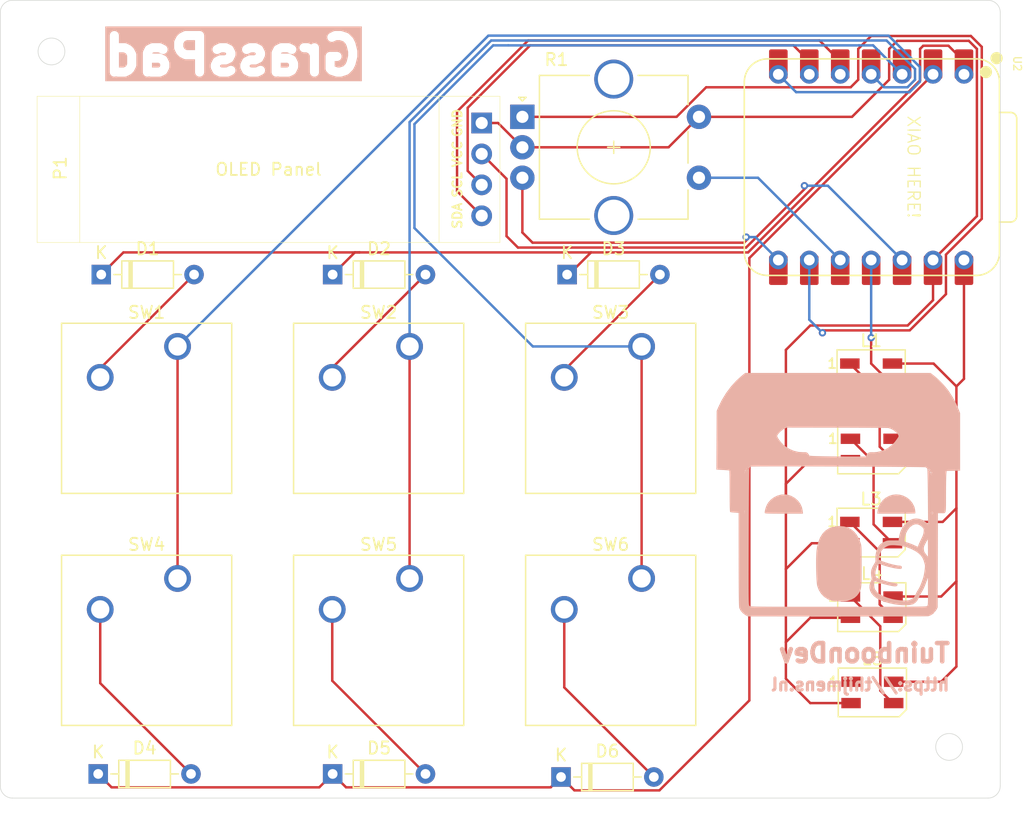
<source format=kicad_pcb>
(kicad_pcb (version 20240108) (generator "pcbnew") (generator_version "8.0")
  (layers (0 "F.Cu" signal) (31 "B.Cu" signal) (34 "B.Paste" user) (35 "F.Paste" user) (36 "B.SilkS" user "B.Silkscreen") (37 "F.SilkS" user "F.Silkscreen") (38 "B.Mask" user) (39 "F.Mask" user) (44 "Edge.Cuts" user))
  (net 0 "")
  (net 1 "GND")
  (net 2 "Net-(D1-DIN)")
  (net 3 "+5V")
  (net 4 "Net-(D1-DOUT)")
  (net 5 "Net-(D2-DOUT)")
  (net 6 "Net-(D3-DOUT)")
  (net 7 "Net-(D4-DOUT)")
  (net 9 "Net-(D15-A)")
  (net 10 "Net-(U2-GPIO0{slash}TX)")
  (net 11 "Net-(D14-A)")
  (net 12 "Net-(U2-GPIO29{slash}ADC3{slash}A3)")
  (net 13 "Net-(D17-A)")
  (net 14 "Net-(D18-A)")
  (net 15 "Net-(U2-GPIO28{slash}ADC2{slash}A2)")
  (net 16 "Net-(U2-GPIO4{slash}MISO)")
  (net 17 "Net-(U2-GPIO2{slash}SCK)")
  (net 18 "Net-(U2-GPIO1{slash}RX)")
  (net 19 "Net-(D16-A)")
  (net 20 "Net-(D19-A)")
  (net 21 "Net-(D14-K)")
  (net 22 "Net-(D15-K)")
  (net 23 "Net-(J1-Pin_4)")
  (net 24 "Net-(J1-Pin_3)")
  (net 25 "+3.3V")
  (footprint "Rotary_Encoder:RotaryEncoder_Alps_EC11E-Switch_Vertical_H20mm_CircularMountingHoles" (layer "F.Cu") (at 220.36375 60.86875)
    (property "Reference" "R1" (at 2.8 -4.7 0) (layer "F.SilkS"))
    (property "Value" "RotaryEncoder_Switch")
    (pad "A" thru_hole rect (at 0 0) (size 2 2) (drill 1) (layers "*.Cu" "*.Mask") (net 17 "Net-(U2-GPIO2{slash}SCK)"))
    (pad "B" thru_hole circle (at 0 5) (size 2 2) (drill 1) (layers "*.Cu" "*.Mask") (net 18 "Net-(U2-GPIO1{slash}RX)"))
    (pad "C" thru_hole circle (at 0 2.5) (size 2 2) (drill 1) (layers "*.Cu" "*.Mask") (net 1 "GND"))
    (pad "MP" thru_hole circle (at 7.5 -3.1) (size 3.2 3.2) (drill 2.6) (layers "*.Cu" "*.Mask"))
    (pad "MP" thru_hole circle (at 7.5 8.1) (size 3.2 3.2) (drill 2.6) (layers "*.Cu" "*.Mask"))
    (pad "S1" thru_hole circle (at 14.5 5) (size 2 2) (drill 1) (layers "*.Cu" "*.Mask") (net 16 "Net-(U2-GPIO4{slash}MISO)"))
    (pad "S2" thru_hole circle (at 14.5 0) (size 2 2) (drill 1) (layers "*.Cu" "*.Mask") (net 1 "GND"))
  )
  (footprint "Diode_THT:D_DO-35_SOD27_P7.62mm_Horizontal" (layer "F.Cu") (at 185.7875 73.81875)
    (property "Reference" "D1" (at 3.81 -2.12 0) (layer "F.SilkS"))
    (property "Value" "D")
    (fp_text user "K" (at 0 -1.8 0) (layer "F.SilkS"))
    (pad "1" thru_hole rect (at 0 0) (size 1.6 1.6) (drill 0.8) (layers "*.Cu" "*.Mask") (net 21 "Net-(D14-K)"))
    (pad "2" thru_hole oval (at 7.62 0) (size 1.6 1.6) (drill 0.8) (layers "*.Cu" "*.Mask") (net 11 "Net-(D14-A)"))
  )
  (footprint "Diode_THT:D_DO-35_SOD27_P7.62mm_Horizontal" (layer "F.Cu") (at 224.0375 73.81875)
    (property "Reference" "D3" (at 3.81 -2.12 0) (layer "F.SilkS"))
    (property "Value" "D")
    (fp_text user "K" (at 0 -1.8 0) (layer "F.SilkS"))
    (pad "1" thru_hole rect (at 0 0) (size 1.6 1.6) (drill 0.8) (layers "*.Cu" "*.Mask") (net 21 "Net-(D14-K)"))
    (pad "2" thru_hole oval (at 7.62 0) (size 1.6 1.6) (drill 0.8) (layers "*.Cu" "*.Mask") (net 14 "Net-(D18-A)"))
  )
  (footprint "Button_Switch_Keyboard:SW_Cherry_MX_1.00u_PCB" (layer "F.Cu") (at 192.05375 79.72)
    (property "Reference" "SW1" (at -2.54 -2.794 0) (layer "F.SilkS"))
    (property "Value" "SW_Push")
    (pad "" np_thru_hole circle (at -7.62 5.08) (size 1.7 1.7) (drill 1.7) (layers "*.Cu" "*.Mask"))
    (pad "" np_thru_hole circle (at -2.54 5.08) (size 4 4) (drill 4) (layers "*.Cu" "*.Mask"))
    (pad "" np_thru_hole circle (at 2.54 5.08) (size 1.7 1.7) (drill 1.7) (layers "*.Cu" "*.Mask"))
    (pad "1" thru_hole circle (at 0 0) (size 2.2 2.2) (drill 1.5) (layers "*.Cu" "*.Mask") (net 10 "Net-(U2-GPIO0{slash}TX)"))
    (pad "2" thru_hole circle (at -6.35 2.54) (size 2.2 2.2) (drill 1.5) (layers "*.Cu" "*.Mask") (net 11 "Net-(D14-A)"))
  )
  (footprint "LED_SMD:LED_SK6812MINI_PLCC4_3.5x3.5mm_P1.75mm" (layer "F.Cu") (at 249.05 88.175)
    (property "Reference" "L2" (at 0 -2.75 0) (layer "F.SilkS"))
    (property "Value" "SK6812MINI")
    (fp_text user "1" (at -3.2 -0.875 0) (layer "F.SilkS") (effects (font (size 0.8 0.8))))
    (pad "1" smd rect (at -1.75 -0.875) (size 1.6 0.85) (layers "F.Cu" "F.Paste" "F.Mask") (net 5 "Net-(D2-DOUT)"))
    (pad "2" smd rect (at -1.75 0.875) (size 1.6 0.85) (layers "F.Cu" "F.Paste" "F.Mask") (net 1 "GND"))
    (pad "3" smd rect (at 1.75 0.875) (size 1.6 0.85) (layers "F.Cu" "F.Paste" "F.Mask") (net 4 "Net-(D1-DOUT)"))
    (pad "4" smd rect (at 1.75 -0.875) (size 1.6 0.85) (layers "F.Cu" "F.Paste" "F.Mask") (net 3 "+5V"))
  )
  (footprint "SSD1306:SSD1306-0.91-OLED-4pin-128x32" (layer "F.Cu") (at 180.5225 59.18375)
    (property "Reference" "P1" (at 1.9 5.91 90) (layer "F.SilkS"))
    (property "Value" "Conn_01x04_Pin")
    (fp_text user "SDA" (at 34.5 9.81 -90) (layer "F.SilkS") (effects (font (size 0.75 0.75))))
    (fp_text user "SCL" (at 34.5 7.27 -90) (layer "F.SilkS") (effects (font (size 0.75 0.75))))
    (fp_text user "GND" (at 34.5 2.19 -90) (layer "F.SilkS") (effects (font (size 0.75 0.75))))
    (fp_text user "OLED Panel" (at 19 6 0) (layer "F.SilkS"))
    (fp_text user "VCC" (at 34.5 4.73 -90) (layer "F.SilkS") (effects (font (size 0.75 0.75))))
    (pad "1" thru_hole rect (at 36.5 2.19) (size 1.7 1.7) (drill 1) (layers "*.Cu" "*.Mask") (net 1 "GND"))
    (pad "2" thru_hole oval (at 36.5 4.73) (size 1.7 1.7) (drill 1) (layers "*.Cu" "*.Mask") (net 25 "+3.3V"))
    (pad "3" thru_hole oval (at 36.5 7.27) (size 1.7 1.7) (drill 1) (layers "*.Cu" "*.Mask") (net 24 "Net-(J1-Pin_3)"))
    (pad "4" thru_hole oval (at 36.5 9.81) (size 1.7 1.7) (drill 1) (layers "*.Cu" "*.Mask") (net 23 "Net-(J1-Pin_4)"))
  )
  (footprint "LED_SMD:LED_SK6812MINI_PLCC4_3.5x3.5mm_P1.75mm" (layer "F.Cu") (at 249.05 101.125)
    (property "Reference" "L4" (at 0 -2.75 0) (layer "F.SilkS"))
    (property "Value" "SK6812MINI")
    (fp_text user "1" (at -3.2 -0.875 0) (layer "F.SilkS") (effects (font (size 0.8 0.8))))
    (pad "1" smd rect (at -1.75 -0.875) (size 1.6 0.85) (layers "F.Cu" "F.Paste" "F.Mask") (net 7 "Net-(D4-DOUT)"))
    (pad "2" smd rect (at -1.75 0.875) (size 1.6 0.85) (layers "F.Cu" "F.Paste" "F.Mask") (net 1 "GND"))
    (pad "3" smd rect (at 1.75 0.875) (size 1.6 0.85) (layers "F.Cu" "F.Paste" "F.Mask") (net 6 "Net-(D3-DOUT)"))
    (pad "4" smd rect (at 1.75 -0.875) (size 1.6 0.85) (layers "F.Cu" "F.Paste" "F.Mask") (net 3 "+5V"))
  )
  (footprint "Diode_THT:D_DO-35_SOD27_P7.62mm_Horizontal" (layer "F.Cu") (at 185.5375 114.81875)
    (property "Reference" "D4" (at 3.81 -2.12 0) (layer "F.SilkS"))
    (property "Value" "D")
    (fp_text user "K" (at 0 -1.8 0) (layer "F.SilkS"))
    (pad "1" thru_hole rect (at 0 0) (size 1.6 1.6) (drill 0.8) (layers "*.Cu" "*.Mask") (net 22 "Net-(D15-K)"))
    (pad "2" thru_hole oval (at 7.62 0) (size 1.6 1.6) (drill 0.8) (layers "*.Cu" "*.Mask") (net 9 "Net-(D15-A)"))
  )
  (footprint "Button_Switch_Keyboard:SW_Cherry_MX_1.00u_PCB" (layer "F.Cu") (at 230.15375 79.72)
    (property "Reference" "SW3" (at -2.54 -2.794 0) (layer "F.SilkS"))
    (property "Value" "SW_Push")
    (pad "" np_thru_hole circle (at -7.62 5.08) (size 1.7 1.7) (drill 1.7) (layers "*.Cu" "*.Mask"))
    (pad "" np_thru_hole circle (at -2.54 5.08) (size 4 4) (drill 4) (layers "*.Cu" "*.Mask"))
    (pad "" np_thru_hole circle (at 2.54 5.08) (size 1.7 1.7) (drill 1.7) (layers "*.Cu" "*.Mask"))
    (pad "1" thru_hole circle (at 0 0) (size 2.2 2.2) (drill 1.5) (layers "*.Cu" "*.Mask") (net 15 "Net-(U2-GPIO28{slash}ADC2{slash}A2)"))
    (pad "2" thru_hole circle (at -6.35 2.54) (size 2.2 2.2) (drill 1.5) (layers "*.Cu" "*.Mask") (net 14 "Net-(D18-A)"))
  )
  (footprint "Diode_THT:D_DO-35_SOD27_P7.62mm_Horizontal" (layer "F.Cu") (at 204.7875 114.81875)
    (property "Reference" "D5" (at 3.81 -2.12 0) (layer "F.SilkS"))
    (property "Value" "D")
    (fp_text user "K" (at 0 -1.8 0) (layer "F.SilkS"))
    (pad "1" thru_hole rect (at 0 0) (size 1.6 1.6) (drill 0.8) (layers "*.Cu" "*.Mask") (net 22 "Net-(D15-K)"))
    (pad "2" thru_hole oval (at 7.62 0) (size 1.6 1.6) (drill 0.8) (layers "*.Cu" "*.Mask") (net 19 "Net-(D16-A)"))
  )
  (footprint "Button_Switch_Keyboard:SW_Cherry_MX_1.00u_PCB" (layer "F.Cu") (at 192.05375 98.77)
    (property "Reference" "SW4" (at -2.54 -2.794 0) (layer "F.SilkS"))
    (property "Value" "SW_Push")
    (pad "" np_thru_hole circle (at -7.62 5.08) (size 1.7 1.7) (drill 1.7) (layers "*.Cu" "*.Mask"))
    (pad "" np_thru_hole circle (at -2.54 5.08) (size 4 4) (drill 4) (layers "*.Cu" "*.Mask"))
    (pad "" np_thru_hole circle (at 2.54 5.08) (size 1.7 1.7) (drill 1.7) (layers "*.Cu" "*.Mask"))
    (pad "1" thru_hole circle (at 0 0) (size 2.2 2.2) (drill 1.5) (layers "*.Cu" "*.Mask") (net 10 "Net-(U2-GPIO0{slash}TX)"))
    (pad "2" thru_hole circle (at -6.35 2.54) (size 2.2 2.2) (drill 1.5) (layers "*.Cu" "*.Mask") (net 9 "Net-(D15-A)"))
  )
  (footprint "LED_SMD:LED_SK6812MINI_PLCC4_3.5x3.5mm_P1.75mm" (layer "F.Cu") (at 249 82)
    (property "Reference" "L1" (at 0 -2.75 0) (layer "F.SilkS"))
    (property "Value" "SK6812MINI")
    (fp_text user "1" (at -3.2 -0.875 0) (layer "F.SilkS") (effects (font (size 0.8 0.8))))
    (pad "1" smd rect (at -1.75 -0.875) (size 1.6 0.85) (layers "F.Cu" "F.Paste" "F.Mask") (net 4 "Net-(D1-DOUT)"))
    (pad "2" smd rect (at -1.75 0.875) (size 1.6 0.85) (layers "F.Cu" "F.Paste" "F.Mask") (net 1 "GND"))
    (pad "3" smd rect (at 1.75 0.875) (size 1.6 0.85) (layers "F.Cu" "F.Paste" "F.Mask") (net 2 "Net-(D1-DIN)"))
    (pad "4" smd rect (at 1.75 -0.875) (size 1.6 0.85) (layers "F.Cu" "F.Paste" "F.Mask") (net 3 "+5V"))
  )
  (footprint "Diode_THT:D_DO-35_SOD27_P7.62mm_Horizontal" (layer "F.Cu") (at 204.7875 73.81875)
    (property "Reference" "D2" (at 3.81 -2.12 0) (layer "F.SilkS"))
    (property "Value" "D")
    (fp_text user "K" (at 0 -1.8 0) (layer "F.SilkS"))
    (pad "1" thru_hole rect (at 0 0) (size 1.6 1.6) (drill 0.8) (layers "*.Cu" "*.Mask") (net 21 "Net-(D14-K)"))
    (pad "2" thru_hole oval (at 7.62 0) (size 1.6 1.6) (drill 0.8) (layers "*.Cu" "*.Mask") (net 13 "Net-(D17-A)"))
  )
  (footprint "LED_SMD:LED_SK6812MINI_PLCC4_3.5x3.5mm_P1.75mm" (layer "F.Cu") (at 249 95)
    (property "Reference" "L3" (at 0 -2.75 0) (layer "F.SilkS"))
    (property "Value" "SK6812MINI")
    (fp_text user "1" (at -3.2 -0.875 0) (layer "F.SilkS") (effects (font (size 0.8 0.8))))
    (pad "1" smd rect (at -1.75 -0.875) (size 1.6 0.85) (layers "F.Cu" "F.Paste" "F.Mask") (net 6 "Net-(D3-DOUT)"))
    (pad "2" smd rect (at -1.75 0.875) (size 1.6 0.85) (layers "F.Cu" "F.Paste" "F.Mask") (net 1 "GND"))
    (pad "3" smd rect (at 1.75 0.875) (size 1.6 0.85) (layers "F.Cu" "F.Paste" "F.Mask") (net 5 "Net-(D2-DOUT)"))
    (pad "4" smd rect (at 1.75 -0.875) (size 1.6 0.85) (layers "F.Cu" "F.Paste" "F.Mask") (net 3 "+5V"))
  )
  (footprint "Diode_THT:D_DO-35_SOD27_P7.62mm_Horizontal" (layer "F.Cu") (at 223.5375 115.06875)
    (property "Reference" "D6" (at 3.81 -2.12 0) (layer "F.SilkS"))
    (property "Value" "D")
    (fp_text user "K" (at 0 -1.8 0) (layer "F.SilkS"))
    (pad "1" thru_hole rect (at 0 0) (size 1.6 1.6) (drill 0.8) (layers "*.Cu" "*.Mask") (net 22 "Net-(D15-K)"))
    (pad "2" thru_hole oval (at 7.62 0) (size 1.6 1.6) (drill 0.8) (layers "*.Cu" "*.Mask") (net 20 "Net-(D19-A)"))
  )
  (footprint "Button_Switch_Keyboard:SW_Cherry_MX_1.00u_PCB" (layer "F.Cu") (at 211.10375 79.72)
    (property "Reference" "SW2" (at -2.54 -2.794 0) (layer "F.SilkS"))
    (property "Value" "SW_Push")
    (pad "" np_thru_hole circle (at -7.62 5.08) (size 1.7 1.7) (drill 1.7) (layers "*.Cu" "*.Mask"))
    (pad "" np_thru_hole circle (at -2.54 5.08) (size 4 4) (drill 4) (layers "*.Cu" "*.Mask"))
    (pad "" np_thru_hole circle (at 2.54 5.08) (size 1.7 1.7) (drill 1.7) (layers "*.Cu" "*.Mask"))
    (pad "1" thru_hole circle (at 0 0) (size 2.2 2.2) (drill 1.5) (layers "*.Cu" "*.Mask") (net 12 "Net-(U2-GPIO29{slash}ADC3{slash}A3)"))
    (pad "2" thru_hole circle (at -6.35 2.54) (size 2.2 2.2) (drill 1.5) (layers "*.Cu" "*.Mask") (net 13 "Net-(D17-A)"))
  )
  (footprint "LED_SMD:LED_SK6812MINI_PLCC4_3.5x3.5mm_P1.75mm" (layer "F.Cu") (at 249.1 108.125)
    (property "Reference" "L5" (at 0 -2.75 0) (layer "F.SilkS"))
    (property "Value" "SK6812MINI")
    (fp_text user "1" (at -3.2 -0.875 0) (layer "F.SilkS") (effects (font (size 0.8 0.8))))
    (pad "1" smd rect (at -1.75 -0.875) (size 1.6 0.85) (layers "F.Cu" "F.Paste" "F.Mask"))
    (pad "2" smd rect (at -1.75 0.875) (size 1.6 0.85) (layers "F.Cu" "F.Paste" "F.Mask") (net 1 "GND"))
    (pad "3" smd rect (at 1.75 0.875) (size 1.6 0.85) (layers "F.Cu" "F.Paste" "F.Mask") (net 7 "Net-(D4-DOUT)"))
    (pad "4" smd rect (at 1.75 -0.875) (size 1.6 0.85) (layers "F.Cu" "F.Paste" "F.Mask") (net 3 "+5V"))
  )
  (footprint "Button_Switch_Keyboard:SW_Cherry_MX_1.00u_PCB" (layer "F.Cu") (at 230.15375 98.77)
    (property "Reference" "SW6" (at -2.54 -2.794 0) (layer "F.SilkS"))
    (property "Value" "SW_Push")
    (pad "" np_thru_hole circle (at -7.62 5.08) (size 1.7 1.7) (drill 1.7) (layers "*.Cu" "*.Mask"))
    (pad "" np_thru_hole circle (at -2.54 5.08) (size 4 4) (drill 4) (layers "*.Cu" "*.Mask"))
    (pad "" np_thru_hole circle (at 2.54 5.08) (size 1.7 1.7) (drill 1.7) (layers "*.Cu" "*.Mask"))
    (pad "1" thru_hole circle (at 0 0) (size 2.2 2.2) (drill 1.5) (layers "*.Cu" "*.Mask") (net 15 "Net-(U2-GPIO28{slash}ADC2{slash}A2)"))
    (pad "2" thru_hole circle (at -6.35 2.54) (size 2.2 2.2) (drill 1.5) (layers "*.Cu" "*.Mask") (net 20 "Net-(D19-A)"))
  )
  (footprint "OPL:XIAO-RP2040-DIP" (layer "F.Cu") (at 249 65 -90)
    (property "Reference" "U2" (at -8.5 -12 -90) (layer "F.SilkS") (effects (font (size 0.635 0.635) (thickness 0.1016))))
    (property "Value" "XIAO-RP2040-DIP")
    (pad "1" smd roundrect (at -8.455 -7.62 90) (size 2.432 1.524) (layers "F.Cu" "F.Mask") (roundrect_rratio 0.1) (net 21 "Net-(D14-K)"))
    (pad "1" thru_hole circle (at -7.62 -7.62 90) (size 1.524 1.524) (drill 0.889) (layers "*.Cu" "*.Mask") (net 21 "Net-(D14-K)"))
    (pad "2" smd roundrect (at -8.455 -5.08 90) (size 2.432 1.524) (layers "F.Cu" "F.Mask") (roundrect_rratio 0.1) (net 22 "Net-(D15-K)"))
    (pad "2" thru_hole circle (at -7.62 -5.08 90) (size 1.524 1.524) (drill 0.889) (layers "*.Cu" "*.Mask") (net 22 "Net-(D15-K)"))
    (pad "3" smd roundrect (at -8.455 -2.54 90) (size 2.432 1.524) (layers "F.Cu" "F.Mask") (roundrect_rratio 0.1) (net 15 "Net-(U2-GPIO28{slash}ADC2{slash}A2)"))
    (pad "3" thru_hole circle (at -7.62 -2.54 90) (size 1.524 1.524) (drill 0.889) (layers "*.Cu" "*.Mask") (net 15 "Net-(U2-GPIO28{slash}ADC2{slash}A2)"))
    (pad "4" smd roundrect (at -8.455 0 90) (size 2.432 1.524) (layers "F.Cu" "F.Mask") (roundrect_rratio 0.1) (net 12 "Net-(U2-GPIO29{slash}ADC3{slash}A3)"))
    (pad "4" thru_hole circle (at -7.62 0 90) (size 1.524 1.524) (drill 0.889) (layers "*.Cu" "*.Mask") (net 12 "Net-(U2-GPIO29{slash}ADC3{slash}A3)"))
    (pad "5" smd roundrect (at -8.455 2.54 90) (size 2.432 1.524) (layers "F.Cu" "F.Mask") (roundrect_rratio 0.1) (net 23 "Net-(J1-Pin_4)"))
    (pad "5" thru_hole circle (at -7.62 2.54 90) (size 1.524 1.524) (drill 0.889) (layers "*.Cu" "*.Mask") (net 23 "Net-(J1-Pin_4)"))
    (pad "6" smd roundrect (at -8.455 5.08 90) (size 2.432 1.524) (layers "F.Cu" "F.Mask") (roundrect_rratio 0.1) (net 24 "Net-(J1-Pin_3)"))
    (pad "6" thru_hole circle (at -7.62 5.08 90) (size 1.524 1.524) (drill 0.889) (layers "*.Cu" "*.Mask") (net 24 "Net-(J1-Pin_3)"))
    (pad "7" smd roundrect (at -8.455 7.62 90) (size 2.432 1.524) (layers "F.Cu" "F.Mask") (roundrect_rratio 0.1) (net 10 "Net-(U2-GPIO0{slash}TX)"))
    (pad "7" thru_hole circle (at -7.62 7.62 90) (size 1.524 1.524) (drill 0.889) (layers "*.Cu" "*.Mask") (net 10 "Net-(U2-GPIO0{slash}TX)"))
    (pad "8" thru_hole circle (at 7.62 7.62 270) (size 1.524 1.524) (drill 0.889) (layers "*.Cu" "*.Mask") (net 18 "Net-(U2-GPIO1{slash}RX)"))
    (pad "8" smd roundrect (at 8.455 7.62 270) (size 2.432 1.524) (layers "F.Cu" "F.Mask") (roundrect_rratio 0.1) (net 18 "Net-(U2-GPIO1{slash}RX)"))
    (pad "9" thru_hole circle (at 7.62 5.08 270) (size 1.524 1.524) (drill 0.889) (layers "*.Cu" "*.Mask") (net 17 "Net-(U2-GPIO2{slash}SCK)"))
    (pad "9" smd roundrect (at 8.455 5.08 270) (size 2.432 1.524) (layers "F.Cu" "F.Mask") (roundrect_rratio 0.1) (net 17 "Net-(U2-GPIO2{slash}SCK)"))
    (pad "10" thru_hole circle (at 7.62 2.54 270) (size 1.524 1.524) (drill 0.889) (layers "*.Cu" "*.Mask") (net 16 "Net-(U2-GPIO4{slash}MISO)"))
    (pad "10" smd roundrect (at 8.455 2.54 270) (size 2.432 1.524) (layers "F.Cu" "F.Mask") (roundrect_rratio 0.1) (net 16 "Net-(U2-GPIO4{slash}MISO)"))
    (pad "11" thru_hole circle (at 7.62 0 270) (size 1.524 1.524) (drill 0.889) (layers "*.Cu" "*.Mask") (net 2 "Net-(D1-DIN)"))
    (pad "11" smd roundrect (at 8.455 0 270) (size 2.432 1.524) (layers "F.Cu" "F.Mask") (roundrect_rratio 0.1) (net 2 "Net-(D1-DIN)"))
    (pad "12" thru_hole circle (at 7.62 -2.54 270) (size 1.524 1.524) (drill 0.889) (layers "*.Cu" "*.Mask") (net 25 "+3.3V"))
    (pad "12" smd roundrect (at 8.455 -2.54 270) (size 2.432 1.524) (layers "F.Cu" "F.Mask") (roundrect_rratio 0.1) (net 25 "+3.3V"))
    (pad "13" thru_hole circle (at 7.62 -5.08 270) (size 1.524 1.524) (drill 0.889) (layers "*.Cu" "*.Mask") (net 1 "GND"))
    (pad "13" smd roundrect (at 8.455 -5.08 270) (size 2.432 1.524) (layers "F.Cu" "F.Mask") (roundrect_rratio 0.1) (net 1 "GND"))
    (pad "14" thru_hole circle (at 7.62 -7.62 270) (size 1.524 1.524) (drill 0.889) (layers "*.Cu" "*.Mask") (net 3 "+5V"))
    (pad "14" smd roundrect (at 8.455 -7.62 270) (size 2.432 1.524) (layers "F.Cu" "F.Mask") (roundrect_rratio 0.1) (net 3 "+5V"))
  )
  (footprint "Button_Switch_Keyboard:SW_Cherry_MX_1.00u_PCB" (layer "F.Cu") (at 211.10375 98.77)
    (property "Reference" "SW5" (at -2.54 -2.794 0) (layer "F.SilkS"))
    (property "Value" "SW_Push")
    (pad "" np_thru_hole circle (at -7.62 5.08) (size 1.7 1.7) (drill 1.7) (layers "*.Cu" "*.Mask"))
    (pad "" np_thru_hole circle (at -2.54 5.08) (size 4 4) (drill 4) (layers "*.Cu" "*.Mask"))
    (pad "" np_thru_hole circle (at 2.54 5.08) (size 1.7 1.7) (drill 1.7) (layers "*.Cu" "*.Mask"))
    (pad "1" thru_hole circle (at 0 0) (size 2.2 2.2) (drill 1.5) (layers "*.Cu" "*.Mask") (net 12 "Net-(U2-GPIO29{slash}ADC3{slash}A3)"))
    (pad "2" thru_hole circle (at -6.35 2.54) (size 2.2 2.2) (drill 1.5) (layers "*.Cu" "*.Mask") (net 19 "Net-(D16-A)"))
  )
  (footprint "LOGO" (layer "B.Cu") (at 246.3 91.9 180)
    (property "Reference" "G***" (hide yes))
    (property "Value" "LOGO" (hide yes))
  )
  (gr_line (start 259.6 52.3) (end 259.6 115.8) (stroke (width 0.05)) (layer "Edge.Cuts"))
  (gr_line (start 258.6 116.8) (end 178.5 116.8) (stroke (width 0.05)) (layer "Edge.Cuts"))
  (gr_circle (center 181.7 55.5) (end 182.8 55.5) (stroke (width 0.05)) (fill none) (layer "Edge.Cuts"))
  (gr_arc (start 177.5 52.3) (mid 177.792893 51.592893) (end 178.5 51.3) (stroke (width 0.05)) (layer "Edge.Cuts"))
  (gr_arc (start 258.6 51.3) (mid 259.307107 51.592893) (end 259.6 52.3) (stroke (width 0.05)) (layer "Edge.Cuts"))
  (gr_arc (start 259.6 115.8) (mid 259.307107 116.507107) (end 258.6 116.8) (stroke (width 0.05)) (layer "Edge.Cuts"))
  (gr_circle (center 255.4 112.6) (end 256.5 112.6) (stroke (width 0.05)) (fill none) (layer "Edge.Cuts"))
  (gr_arc (start 178.5 116.8) (mid 177.792893 116.507107) (end 177.5 115.8) (stroke (width 0.05)) (layer "Edge.Cuts"))
  (gr_line (start 177.5 115.8) (end 177.5 52.3) (stroke (width 0.05)) (layer "Edge.Cuts"))
  (gr_line (start 178.5 51.3) (end 258.6 51.3) (stroke (width 0.05)) (layer "Edge.Cuts"))
  (gr_text "https://thijmens.nl" (at 255.55 108.075 -0) (layer "B.SilkS") (effects (font (size 1 1) (thickness 0.25) (bold yes)) (justify left bottom mirror)))
  (gr_text "GrassPad" (at 207.5 57.6 0) (layer "B.SilkS" knockout) (effects (font (size 3 3) (thickness 0.75) (bold yes)) (justify left bottom mirror)))
  (gr_text "TuinboonDev\n" (at 255.65 105.775 0) (layer "B.SilkS") (effects (font (size 1.5 1.5) (thickness 0.375) (bold yes)) (justify left bottom mirror)))
  (gr_text "XIAO HERE!" (at 251.9 60.7 -90) (layer "F.SilkS") (effects (font (size 1 1) (thickness 0.1)) (justify left bottom)))
  (segment (start 244 102) (end 247.5 102) (width 0.2) (layer "F.Cu") (net 1))
  (segment (start 244 89) (end 247.5 89) (width 0.2) (layer "F.Cu") (net 1))
  (segment (start 232.36375 63.36875) (end 234.86375 60.86875) (width 0.2) (layer "F.Cu") (net 1))
  (segment (start 257.682 55.289786) (end 257.682 69.018) (width 0.2) (layer "F.Cu") (net 1))
  (segment (start 244 78) (end 252 78) (width 0.2) (layer "F.Cu") (net 1))
  (segment (start 242 104) (end 242 98) (width 0.2) (layer "F.Cu") (net 1))
  (segment (start 247.429145 60.86875) (end 250.478 57.819895) (width 0.2) (layer "F.Cu") (net 1))
  (segment (start 242 80) (end 244 78) (width 0.2) (layer "F.Cu") (net 1))
  (segment (start 220.36375 63.36875) (end 232.36375 63.36875) (width 0.2) (layer "F.Cu") (net 1))
  (segment (start 251.138786 54.629) (end 257.021214 54.629) (width 0.2) (layer "F.Cu") (net 1))
  (segment (start 242 91) (end 244 89) (width 0.2) (layer "F.Cu") (net 1))
  (segment (start 247 109) (end 244 109) (width 0.2) (layer "F.Cu") (net 1))
  (segment (start 244 109) (end 242 107) (width 0.2) (layer "F.Cu") (net 1))
  (segment (start 242 98) (end 244.125 95.875) (width 0.2) (layer "F.Cu") (net 1))
  (segment (start 242 104) (end 244 102) (width 0.2) (layer "F.Cu") (net 1))
  (segment (start 250.478 57.819895) (end 250.478 55.289786) (width 0.2) (layer "F.Cu") (net 1))
  (segment (start 217.0225 61.37375) (end 218.36875 61.37375) (width 0.2) (layer "F.Cu") (net 1))
  (segment (start 252 78) (end 254.08 75.92) (width 0.2) (layer "F.Cu") (net 1))
  (segment (start 242 85) (end 242 92) (width 0.2) (layer "F.Cu") (net 1))
  (segment (start 234.86375 60.86875) (end 247.429145 60.86875) (width 0.2) (layer "F.Cu") (net 1))
  (segment (start 242 92) (end 242 91) (width 0.2) (layer "F.Cu") (net 1))
  (segment (start 247.25 82.875) (end 244.125 82.875) (width 0.2) (layer "F.Cu") (net 1))
  (segment (start 218.36875 61.37375) (end 220.36375 63.36875) (width 0.2) (layer "F.Cu") (net 1))
  (segment (start 254.08 75.92) (end 254.08 73.455) (width 0.2) (layer "F.Cu") (net 1))
  (segment (start 242 85) (end 242 80) (width 0.2) (layer "F.Cu") (net 1))
  (segment (start 250.478 55.289786) (end 251.138786 54.629) (width 0.2) (layer "F.Cu") (net 1))
  (segment (start 244.125 95.875) (end 247.25 95.875) (width 0.2) (layer "F.Cu") (net 1))
  (segment (start 257.021214 54.629) (end 257.682 55.289786) (width 0.2) (layer "F.Cu") (net 1))
  (segment (start 242 98) (end 242 92) (width 0.2) (layer "F.Cu") (net 1))
  (segment (start 244.125 82.875) (end 242 85) (width 0.2) (layer "F.Cu") (net 1))
  (segment (start 242 107) (end 242 104) (width 0.2) (layer "F.Cu") (net 1))
  (segment (start 257.682 69.018) (end 254.08 72.62) (width 0.2) (layer "F.Cu") (net 1))
  (segment (start 250.75 82.875) (end 249 81.125) (width 0.2) (layer "F.Cu") (net 2))
  (segment (start 249 81.125) (end 249 79) (width 0.2) (layer "F.Cu") (net 2))
  (via (at 249 79) (size 0.6) (drill 0.3) (layers "F.Cu" "B.Cu") (net 2))
  (segment (start 249 79) (end 249 72.62) (width 0.2) (layer "B.Cu") (net 2))
  (segment (start 256 86) (end 254.75 87.25) (width 0.2) (layer "F.Cu") (net 3))
  (segment (start 256 106) (end 254.75 107.25) (width 0.2) (layer "F.Cu") (net 3))
  (segment (start 254.75 107.25) (end 250.5 107.25) (width 0.2) (layer "F.Cu") (net 3))
  (segment (start 256 83) (end 256.62 82.38) (width 0.2) (layer "F.Cu") (net 3))
  (segment (start 254.875 94.125) (end 250.75 94.125) (width 0.2) (layer "F.Cu") (net 3))
  (segment (start 254.75 87.25) (end 251 87.25) (width 0.2) (layer "F.Cu") (net 3))
  (segment (start 256 99) (end 254.75 100.25) (width 0.2) (layer "F.Cu") (net 3))
  (segment (start 256 93) (end 256 99) (width 0.2) (layer "F.Cu") (net 3))
  (segment (start 256 93) (end 254.875 94.125) (width 0.2) (layer "F.Cu") (net 3))
  (segment (start 254.75 100.25) (end 251 100.25) (width 0.2) (layer "F.Cu") (net 3))
  (segment (start 256 99) (end 256 106) (width 0.2) (layer "F.Cu") (net 3))
  (segment (start 250.75 81.125) (end 254.125 81.125) (width 0.2) (layer "F.Cu") (net 3))
  (segment (start 256.62 82.38) (end 256.62 73.455) (width 0.2) (layer "F.Cu") (net 3))
  (segment (start 254.125 81.125) (end 256 83) (width 0.2) (layer "F.Cu") (net 3))
  (segment (start 256 86) (end 256 93) (width 0.2) (layer "F.Cu") (net 3))
  (segment (start 256 83) (end 256 86) (width 0.2) (layer "F.Cu") (net 3))
  (segment (start 249.7 83.575) (end 249.7 87.95) (width 0.2) (layer "F.Cu") (net 4))
  (segment (start 247.25 81.125) (end 247.625 81.125) (width 0.2) (layer "F.Cu") (net 4))
  (segment (start 247.25 81.125) (end 249.7 83.575) (width 0.2) (layer "F.Cu") (net 4))
  (segment (start 249.7 87.95) (end 250.8 89.05) (width 0.2) (layer "F.Cu") (net 4))
  (segment (start 249.2 94.325) (end 250.75 95.875) (width 0.2) (layer "F.Cu") (net 5))
  (segment (start 247.3 87.3) (end 249.2 89.2) (width 0.2) (layer "F.Cu") (net 5))
  (segment (start 249.2 89.2) (end 249.2 94.325) (width 0.2) (layer "F.Cu") (net 5))
  (segment (start 247.25 94.125) (end 249.7 96.575) (width 0.2) (layer "F.Cu") (net 6))
  (segment (start 249.7 100.9) (end 250.8 102) (width 0.2) (layer "F.Cu") (net 6))
  (segment (start 249.7 96.575) (end 249.7 100.9) (width 0.2) (layer "F.Cu") (net 6))
  (segment (start 249.75 102.7) (end 249.75 107.975) (width 0.2) (layer "F.Cu") (net 7))
  (segment (start 247.3 100.25) (end 249.75 102.7) (width 0.2) (layer "F.Cu") (net 7))
  (segment (start 249.75 107.975) (end 250.775 109) (width 0.2) (layer "F.Cu") (net 7))
  (segment (start 250.775 109) (end 250.85 109) (width 0.2) (layer "F.Cu") (net 7))
  (segment (start 185.70375 101.31) (end 185.70375 107.365) (width 0.2) (layer "F.Cu") (net 9))
  (segment (start 185.70375 107.365) (end 193.1575 114.81875) (width 0.2) (layer "F.Cu") (net 9))
  (segment (start 192.05375 98.77) (end 192.05375 79.72) (width 0.2) (layer "F.Cu") (net 10))
  (segment (start 241.38 57.38) (end 242.842 58.842) (width 0.2) (layer "B.Cu") (net 10))
  (segment (start 217.57375 54.2) (end 192.05375 79.72) (width 0.2) (layer "B.Cu") (net 10))
  (segment (start 250.427581 54.2) (end 217.57375 54.2) (width 0.2) (layer "B.Cu") (net 10))
  (segment (start 242.842 58.842) (end 252.145581 58.842) (width 0.2) (layer "B.Cu") (net 10))
  (segment (start 253.002 56.774419) (end 250.427581 54.2) (width 0.2) (layer "B.Cu") (net 10))
  (segment (start 253.002 57.985581) (end 253.002 56.774419) (width 0.2) (layer "B.Cu") (net 10))
  (segment (start 252.145581 58.842) (end 253.002 57.985581) (width 0.2) (layer "B.Cu") (net 10))
  (segment (start 185.70375 81.5225) (end 185.70375 82.26) (width 0.2) (layer "F.Cu") (net 11))
  (segment (start 193.4075 73.81875) (end 185.70375 81.5225) (width 0.2) (layer "F.Cu") (net 11))
  (segment (start 211.10375 98.77) (end 211.10375 79.72) (width 0.2) (layer "F.Cu") (net 12))
  (segment (start 250.062 58.442) (end 249 57.38) (width 0.2) (layer "B.Cu") (net 12))
  (segment (start 250.261895 54.6) (end 252.602 56.940105) (width 0.2) (layer "B.Cu") (net 12))
  (segment (start 211.10375 61.29625) (end 217.8 54.6) (width 0.2) (layer "B.Cu") (net 12))
  (segment (start 252.602 56.940105) (end 252.602 57.819895) (width 0.2) (layer "B.Cu") (net 12))
  (segment (start 217.8 54.6) (end 250.261895 54.6) (width 0.2) (layer "B.Cu") (net 12))
  (segment (start 252.602 57.819895) (end 251.979895 58.442) (width 0.2) (layer "B.Cu") (net 12))
  (segment (start 211.10375 79.72) (end 211.10375 61.29625) (width 0.2) (layer "B.Cu") (net 12))
  (segment (start 251.979895 58.442) (end 250.062 58.442) (width 0.2) (layer "B.Cu") (net 12))
  (segment (start 212.4075 73.81875) (end 204.75375 81.4725) (width 0.2) (layer "F.Cu") (net 13))
  (segment (start 204.75375 81.4725) (end 204.75375 82.26) (width 0.2) (layer "F.Cu") (net 13))
  (segment (start 223.80375 81.6725) (end 223.80375 82.26) (width 0.2) (layer "F.Cu") (net 14))
  (segment (start 231.6575 73.81875) (end 223.80375 81.6725) (width 0.2) (layer "F.Cu") (net 14))
  (segment (start 230.15375 98.77) (end 230.15375 79.72) (width 0.2) (layer "F.Cu") (net 15))
  (segment (start 249.16 55) (end 251.54 57.38) (width 0.2) (layer "B.Cu") (net 15))
  (segment (start 248 55) (end 249.16 55) (width 0.2) (layer "B.Cu") (net 15))
  (segment (start 221.22375 79.72) (end 211.50375 70) (width 0.2) (layer "B.Cu") (net 15))
  (segment (start 219.205686 55) (end 248 55) (width 0.2) (layer "B.Cu") (net 15))
  (segment (start 217.965686 55) (end 219.205686 55) (width 0.2) (layer "B.Cu") (net 15))
  (segment (start 211.50375 70) (end 211.50375 61.461936) (width 0.2) (layer "B.Cu") (net 15))
  (segment (start 211.50375 61.461936) (end 217.965686 55) (width 0.2) (layer "B.Cu") (net 15))
  (segment (start 230.15375 79.72) (end 221.22375 79.72) (width 0.2) (layer "B.Cu") (net 15))
  (segment (start 234.86375 65.86875) (end 239.70875 65.86875) (width 0.2) (layer "B.Cu") (net 16))
  (segment (start 239.70875 65.86875) (end 246.46 72.62) (width 0.2) (layer "B.Cu") (net 16))
  (segment (start 247.315895 58.442) (end 247.938 57.819895) (width 0.2) (layer "F.Cu") (net 17))
  (segment (start 252.165686 78.4) (end 245 78.4) (width 0.2) (layer "F.Cu") (net 17))
  (segment (start 255.142 75.423686) (end 252.165686 78.4) (width 0.2) (layer "F.Cu") (net 17))
  (segment (start 257.1869 54.229) (end 258.082 55.1241) (width 0.2) (layer "F.Cu") (net 17))
  (segment (start 247.938 55.289786) (end 248.998786 54.229) (width 0.2) (layer "F.Cu") (net 17))
  (segment (start 245 78.4) (end 245 78.6) (width 0.2) (layer "F.Cu") (net 17))
  (segment (start 247.938 57.819895) (end 247.938 55.289786) (width 0.2) (layer "F.Cu") (net 17))
  (segment (start 248.998786 54.229) (end 257.1869 54.229) (width 0.2) (layer "F.Cu") (net 17))
  (segment (start 258.082 55.1241) (end 258.082 69.240105) (width 0.2) (layer "F.Cu") (net 17))
  (segment (start 220.36375 60.86875) (end 233.025272 60.86875) (width 0.2) (layer "F.Cu") (net 17))
  (segment (start 258.082 69.240105) (end 255.142 72.180105) (width 0.2) (layer "F.Cu") (net 17))
  (segment (start 233.025272 60.86875) (end 235.452022 58.442) (width 0.2) (layer "F.Cu") (net 17))
  (segment (start 235.452022 58.442) (end 247.315895 58.442) (width 0.2) (layer "F.Cu") (net 17))
  (segment (start 255.142 72.180105) (end 255.142 75.423686) (width 0.2) (layer "F.Cu") (net 17))
  (via (at 245 78.6) (size 0.6) (drill 0.3) (layers "F.Cu" "B.Cu") (net 17))
  (segment (start 243.92 77.52) (end 243.92 72.62) (width 0.2) (layer "B.Cu") (net 17))
  (segment (start 245 78.6) (end 243.92 77.52) (width 0.2) (layer "B.Cu") (net 17))
  (segment (start 238.881471 70.881471) (end 238.740049 70.740049) (width 0.2) (layer "F.Cu") (net 18))
  (segment (start 221.2 71.2) (end 238.562942 71.2) (width 0.2) (layer "F.Cu") (net 18))
  (segment (start 220.36375 65.86875) (end 220.36375 70.36375) (width 0.2) (layer "F.Cu") (net 18))
  (segment (start 220.36375 70.36375) (end 221.2 71.2) (width 0.2) (layer "F.Cu") (net 18))
  (segment (start 238.562942 71.2) (end 238.881471 70.881471) (width 0.2) (layer "F.Cu") (net 18))
  (via (at 238.740049 70.740049) (size 0.6) (drill 0.3) (layers "F.Cu" "B.Cu") (net 18))
  (segment (start 241.38 72.62) (end 239.500049 70.740049) (width 0.2) (layer "B.Cu") (net 18))
  (segment (start 239.500049 70.740049) (end 238.740049 70.740049) (width 0.2) (layer "B.Cu") (net 18))
  (segment (start 204.75375 101.31) (end 204.75375 107.165) (width 0.2) (layer "F.Cu") (net 19))
  (segment (start 204.75375 107.165) (end 212.4075 114.81875) (width 0.2) (layer "F.Cu") (net 19))
  (segment (start 223.80375 107.715) (end 231.1575 115.06875) (width 0.2) (layer "F.Cu") (net 20))
  (segment (start 223.80375 101.31) (end 223.80375 107.715) (width 0.2) (layer "F.Cu") (net 20))
  (segment (start 253.278786 55.029) (end 253.018 55.289786) (width 0.2) (layer "F.Cu") (net 21))
  (segment (start 253.018 57.876314) (end 238.894314 72) (width 0.2) (layer "F.Cu") (net 21))
  (segment (start 253.018 55.289786) (end 253.018 57.876314) (width 0.2) (layer "F.Cu") (net 21))
  (segment (start 206.60625 72) (end 204.7875 73.81875) (width 0.2) (layer "F.Cu") (net 21))
  (segment (start 187.60625 72) (end 185.7875 73.81875) (width 0.2) (layer "F.Cu") (net 21))
  (segment (start 238.894314 72) (end 226 72) (width 0.2) (layer "F.Cu") (net 21))
  (segment (start 256.62 57.38) (end 256.62 56.30237) (width 0.2) (layer "F.Cu") (net 21))
  (segment (start 207 72) (end 187.60625 72) (width 0.2) (layer "F.Cu") (net 21))
  (segment (start 224.18125 73.81875) (end 224.0375 73.81875) (width 0.2) (layer "F.Cu") (net 21))
  (segment (start 226 72) (end 207 72) (width 0.2) (layer "F.Cu") (net 21))
  (segment (start 226 72) (end 224.18125 73.81875) (width 0.2) (layer "F.Cu") (net 21))
  (segment (start 256.62 56.30237) (end 255.34663 55.029) (width 0.2) (layer "F.Cu") (net 21))
  (segment (start 207 72) (end 206.60625 72) (width 0.2) (layer "F.Cu") (net 21))
  (segment (start 255.34663 55.029) (end 253.278786 55.029) (width 0.2) (layer "F.Cu") (net 21))
  (segment (start 231.613135 116.16875) (end 224.6375 116.16875) (width 0.2) (layer "F.Cu") (net 22))
  (segment (start 205.8875 115.91875) (end 222.6875 115.91875) (width 0.2) (layer "F.Cu") (net 22))
  (segment (start 185.5375 114.81875) (end 186.6375 115.91875) (width 0.2) (layer "F.Cu") (net 22))
  (segment (start 203.6875 115.91875) (end 204.7875 114.81875) (width 0.2) (layer "F.Cu") (net 22))
  (segment (start 239 108.781885) (end 231.613135 116.16875) (width 0.2) (layer "F.Cu") (net 22))
  (segment (start 239 72.46) (end 239 108.781885) (width 0.2) (layer "F.Cu") (net 22))
  (segment (start 254.08 57.38) (end 239 72.46) (width 0.2) (layer "F.Cu") (net 22))
  (segment (start 224.6375 116.16875) (end 223.5375 115.06875) (width 0.2) (layer "F.Cu") (net 22))
  (segment (start 204.7875 114.81875) (end 205.8875 115.91875) (width 0.2) (layer "F.Cu") (net 22))
  (segment (start 186.6375 115.91875) (end 203.6875 115.91875) (width 0.2) (layer "F.Cu") (net 22))
  (segment (start 222.6875 115.91875) (end 223.5375 115.06875) (width 0.2) (layer "F.Cu") (net 22))
  (segment (start 220.834314 54.6) (end 215 60.434314) (width 0.2) (layer "F.Cu") (net 23))
  (segment (start 244.75763 54.6) (end 220.834314 54.6) (width 0.2) (layer "F.Cu") (net 23))
  (segment (start 246.46 56.30237) (end 244.75763 54.6) (width 0.2) (layer "F.Cu") (net 23))
  (segment (start 246.46 57.38) (end 246.46 56.30237) (width 0.2) (layer "F.Cu") (net 23))
  (segment (start 215 60.434314) (end 215 66.97125) (width 0.2) (layer "F.Cu") (net 23))
  (segment (start 215 66.97125) (end 217.0225 68.99375) (width 0.2) (layer "F.Cu") (net 23))
  (segment (start 243.92 56.30237) (end 242.61763 55) (width 0.2) (layer "F.Cu") (net 24))
  (segment (start 242.61763 55) (end 221 55) (width 0.2) (layer "F.Cu") (net 24))
  (segment (start 215.8725 60.1275) (end 215.8725 65.30375) (width 0.2) (layer "F.Cu") (net 24))
  (segment (start 221 55) (end 215.8725 60.1275) (width 0.2) (layer "F.Cu") (net 24))
  (segment (start 215.8725 65.30375) (end 217.0225 66.45375) (width 0.2) (layer "F.Cu") (net 24))
  (segment (start 243.92 57.38) (end 243.92 56.30237) (width 0.2) (layer "F.Cu") (net 24))
  (segment (start 217.0225 63.91375) (end 219.06375 65.955) (width 0.2) (layer "F.Cu") (net 25))
  (segment (start 220 71.6) (end 238.728628 71.6) (width 0.2) (layer "F.Cu") (net 25))
  (segment (start 238.728628 71.6) (end 243.664314 66.664314) (width 0.2) (layer "F.Cu") (net 25))
  (segment (start 219.06375 65.955) (end 219.06375 70.66375) (width 0.2) (layer "F.Cu") (net 25))
  (segment (start 243.664314 66.664314) (end 243.522892 66.522892) (width 0.2) (layer "F.Cu") (net 25))
  (segment (start 219.06375 70.66375) (end 220 71.6) (width 0.2) (layer "F.Cu") (net 25))
  (via (at 243.522892 66.522892) (size 0.6) (drill 0.3) (layers "F.Cu" "B.Cu") (net 25))
  (segment (start 245.442892 66.522892) (end 251.54 72.62) (width 0.2) (layer "B.Cu") (net 25))
  (segment (start 243.522892 66.522892) (end 245.442892 66.522892) (width 0.2) (layer "B.Cu") (net 25))
)
</source>
